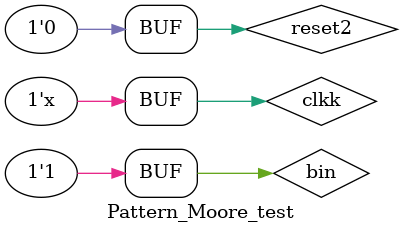
<source format=v>
`timescale 1ns / 1ps


module Pattern_Moore_test;
    reg bin;
    reg clkk;
    reg reset2;
    wire bout;

    Pattern_Moore sequence_instance(.in(bin), .out(bout), .clk(clkk), .reset(reset2));

    initial
    begin
        clkk = 0;
        reset2 = 1;
        #10 reset2 = 0;
        #10 bin = 1'b1;
        #10 ;
        #10 bin = 1'b0;
        #10 ;
        #10 bin = 1'b0;
        #10 ;
        #10 bin = 1'b0;
        #10 ;
        #10 bin = 1'b1;
        #10 ;
        #10 bin = 1'b0;
        #10 ;
        #10 bin = 1'b1;
        #10 ;
        #10 bin = 1'b1;
        #10 ;
        #10 bin = 1'b0;
        #10 ;
        #10 bin = 1'b0;
        #10 ;
        #10 bin = 1'b1;
        #10 ;
        #10 bin = 1'b1;
        #10 ;
        #10 bin = 1'b1;
        #10 ;
        #10;
    end

    always
        #10 clkk = ~clkk;


endmodule



</source>
